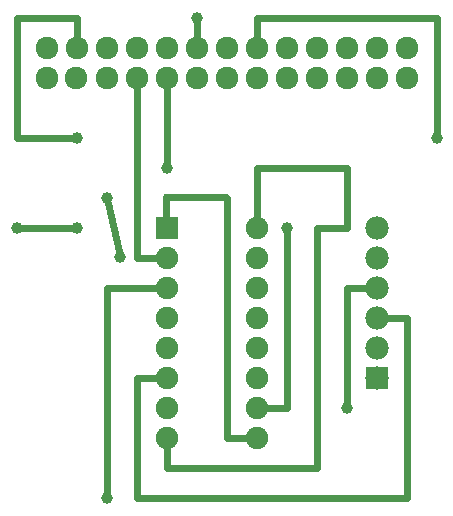
<source format=gtl>
G04 MADE WITH FRITZING*
G04 WWW.FRITZING.ORG*
G04 DOUBLE SIDED*
G04 HOLES PLATED*
G04 CONTOUR ON CENTER OF CONTOUR VECTOR*
%ASAXBY*%
%FSLAX23Y23*%
%MOIN*%
%OFA0B0*%
%SFA1.0B1.0*%
%ADD10C,0.039370*%
%ADD11C,0.075722*%
%ADD12C,0.075695*%
%ADD13C,0.078000*%
%ADD14C,0.075000*%
%ADD15R,0.078000X0.078000*%
%ADD16R,0.075000X0.075000*%
%ADD17C,0.024000*%
%ADD18R,0.001000X0.001000*%
%LNCOPPER1*%
G90*
G70*
G54D10*
X235Y1259D03*
X635Y1659D03*
X35Y959D03*
X1435Y1259D03*
X335Y59D03*
X1135Y359D03*
X935Y959D03*
X235Y959D03*
X535Y1159D03*
X335Y1059D03*
X380Y862D03*
G54D11*
X135Y1559D03*
G54D12*
X235Y1559D03*
X335Y1559D03*
X435Y1559D03*
X535Y1559D03*
G54D11*
X635Y1559D03*
X735Y1559D03*
G54D12*
X835Y1559D03*
X935Y1559D03*
X1035Y1559D03*
X1135Y1559D03*
G54D11*
X1235Y1559D03*
G54D12*
X1335Y1559D03*
G54D11*
X135Y1459D03*
X234Y1459D03*
G54D12*
X335Y1459D03*
X435Y1459D03*
X535Y1459D03*
G54D11*
X635Y1459D03*
G54D12*
X735Y1459D03*
X835Y1459D03*
X935Y1459D03*
X1035Y1459D03*
X1135Y1459D03*
G54D11*
X1235Y1459D03*
G54D12*
X1335Y1459D03*
G54D13*
X1235Y459D03*
X1235Y559D03*
X1235Y659D03*
X1235Y759D03*
X1235Y859D03*
X1235Y959D03*
G54D14*
X535Y959D03*
X835Y959D03*
X535Y859D03*
X835Y859D03*
X535Y759D03*
X835Y759D03*
X535Y659D03*
X835Y659D03*
X535Y559D03*
X835Y559D03*
X535Y459D03*
X835Y459D03*
X535Y359D03*
X835Y359D03*
X535Y259D03*
X835Y259D03*
G54D15*
X1235Y459D03*
G54D16*
X535Y959D03*
G54D17*
X235Y1659D02*
X35Y1659D01*
D02*
X35Y1659D02*
X35Y1259D01*
D02*
X35Y1259D02*
X216Y1259D01*
D02*
X235Y1590D02*
X235Y1659D01*
D02*
X864Y359D02*
X935Y359D01*
D02*
X935Y359D02*
X935Y940D01*
D02*
X54Y959D02*
X216Y959D01*
D02*
X1435Y1659D02*
X835Y1659D01*
D02*
X1435Y1278D02*
X1435Y1659D01*
D02*
X835Y1659D02*
X835Y1590D01*
D02*
X1135Y759D02*
X1135Y378D01*
D02*
X1205Y759D02*
X1135Y759D01*
D02*
X335Y759D02*
X335Y78D01*
D02*
X1335Y659D02*
X1265Y659D01*
D02*
X1335Y59D02*
X1335Y659D01*
D02*
X435Y59D02*
X1335Y59D01*
D02*
X507Y459D02*
X435Y459D01*
D02*
X435Y459D02*
X435Y59D01*
D02*
X507Y859D02*
X435Y859D01*
D02*
X435Y859D02*
X435Y1427D01*
D02*
X507Y759D02*
X335Y759D01*
D02*
X735Y259D02*
X735Y1059D01*
D02*
X807Y259D02*
X735Y259D01*
D02*
X1035Y959D02*
X1035Y159D01*
D02*
X1135Y959D02*
X1035Y959D01*
D02*
X1135Y1159D02*
X1135Y959D01*
D02*
X1035Y159D02*
X535Y159D01*
D02*
X535Y159D02*
X535Y230D01*
D02*
X835Y987D02*
X835Y1159D01*
D02*
X835Y1159D02*
X1135Y1159D01*
D02*
X635Y1590D02*
X635Y1640D01*
D02*
X375Y880D02*
X339Y1040D01*
D02*
X535Y1178D02*
X535Y1427D01*
G54D18*
X530Y1071D02*
X738Y1071D01*
X528Y1070D02*
X740Y1070D01*
X527Y1069D02*
X742Y1069D01*
X526Y1068D02*
X743Y1068D01*
X525Y1067D02*
X743Y1067D01*
X525Y1066D02*
X744Y1066D01*
X524Y1065D02*
X745Y1065D01*
X524Y1064D02*
X745Y1064D01*
X523Y1063D02*
X745Y1063D01*
X523Y1062D02*
X746Y1062D01*
X523Y1061D02*
X746Y1061D01*
X523Y1060D02*
X746Y1060D01*
X523Y1059D02*
X746Y1059D01*
X523Y1058D02*
X746Y1058D01*
X523Y1057D02*
X745Y1057D01*
X523Y1056D02*
X745Y1056D01*
X523Y1055D02*
X745Y1055D01*
X523Y1054D02*
X744Y1054D01*
X523Y1053D02*
X743Y1053D01*
X523Y1052D02*
X743Y1052D01*
X523Y1051D02*
X742Y1051D01*
X523Y1050D02*
X740Y1050D01*
X523Y1049D02*
X739Y1049D01*
X523Y1048D02*
X734Y1048D01*
X523Y1047D02*
X546Y1047D01*
X523Y1046D02*
X546Y1046D01*
X523Y1045D02*
X546Y1045D01*
X523Y1044D02*
X546Y1044D01*
X523Y1043D02*
X546Y1043D01*
X523Y1042D02*
X546Y1042D01*
X523Y1041D02*
X546Y1041D01*
X523Y1040D02*
X546Y1040D01*
X523Y1039D02*
X546Y1039D01*
X523Y1038D02*
X546Y1038D01*
X523Y1037D02*
X546Y1037D01*
X523Y1036D02*
X546Y1036D01*
X523Y1035D02*
X546Y1035D01*
X523Y1034D02*
X546Y1034D01*
X523Y1033D02*
X546Y1033D01*
X523Y1032D02*
X546Y1032D01*
X523Y1031D02*
X546Y1031D01*
X523Y1030D02*
X546Y1030D01*
X523Y1029D02*
X546Y1029D01*
X523Y1028D02*
X546Y1028D01*
X523Y1027D02*
X546Y1027D01*
X523Y1026D02*
X546Y1026D01*
X523Y1025D02*
X546Y1025D01*
X523Y1024D02*
X546Y1024D01*
X523Y1023D02*
X546Y1023D01*
X523Y1022D02*
X546Y1022D01*
X523Y1021D02*
X546Y1021D01*
X523Y1020D02*
X546Y1020D01*
X523Y1019D02*
X546Y1019D01*
X523Y1018D02*
X546Y1018D01*
X523Y1017D02*
X546Y1017D01*
X523Y1016D02*
X546Y1016D01*
X523Y1015D02*
X546Y1015D01*
X523Y1014D02*
X546Y1014D01*
X523Y1013D02*
X546Y1013D01*
X523Y1012D02*
X546Y1012D01*
X523Y1011D02*
X546Y1011D01*
X523Y1010D02*
X546Y1010D01*
X523Y1009D02*
X546Y1009D01*
X523Y1008D02*
X546Y1008D01*
X523Y1007D02*
X546Y1007D01*
X523Y1006D02*
X546Y1006D01*
X523Y1005D02*
X546Y1005D01*
X523Y1004D02*
X546Y1004D01*
X523Y1003D02*
X546Y1003D01*
X523Y1002D02*
X546Y1002D01*
X523Y1001D02*
X546Y1001D01*
X523Y1000D02*
X546Y1000D01*
X523Y999D02*
X546Y999D01*
X523Y998D02*
X546Y998D01*
X523Y997D02*
X546Y997D01*
X523Y996D02*
X546Y996D01*
X523Y995D02*
X546Y995D01*
X523Y994D02*
X546Y994D01*
X523Y993D02*
X546Y993D01*
X523Y992D02*
X546Y992D01*
X523Y991D02*
X546Y991D01*
X523Y990D02*
X546Y990D01*
X523Y989D02*
X546Y989D01*
X523Y988D02*
X546Y988D01*
X523Y987D02*
X546Y987D01*
X523Y986D02*
X546Y986D01*
X523Y985D02*
X546Y985D01*
X523Y984D02*
X546Y984D01*
X523Y983D02*
X546Y983D01*
X523Y982D02*
X546Y982D01*
X523Y981D02*
X546Y981D01*
X523Y980D02*
X546Y980D01*
X523Y979D02*
X546Y979D01*
X523Y978D02*
X546Y978D01*
X523Y977D02*
X546Y977D01*
X523Y976D02*
X546Y976D01*
X523Y975D02*
X546Y975D01*
X523Y974D02*
X546Y974D01*
X523Y973D02*
X546Y973D01*
X523Y972D02*
X546Y972D01*
X523Y971D02*
X546Y971D01*
X523Y970D02*
X546Y970D01*
X523Y969D02*
X546Y969D01*
X523Y968D02*
X546Y968D01*
X523Y967D02*
X546Y967D01*
X523Y966D02*
X546Y966D01*
X523Y965D02*
X546Y965D01*
X523Y964D02*
X546Y964D01*
X523Y963D02*
X546Y963D01*
X523Y962D02*
X546Y962D01*
X523Y961D02*
X546Y961D01*
X523Y960D02*
X546Y960D01*
X523Y959D02*
X546Y959D01*
X523Y958D02*
X546Y958D01*
X523Y957D02*
X545Y957D01*
X524Y956D02*
X545Y956D01*
X524Y955D02*
X545Y955D01*
X525Y954D02*
X544Y954D01*
X525Y953D02*
X544Y953D01*
X526Y952D02*
X543Y952D01*
X527Y951D02*
X542Y951D01*
X528Y950D02*
X540Y950D01*
X530Y949D02*
X539Y949D01*
D02*
G04 End of Copper1*
M02*
</source>
